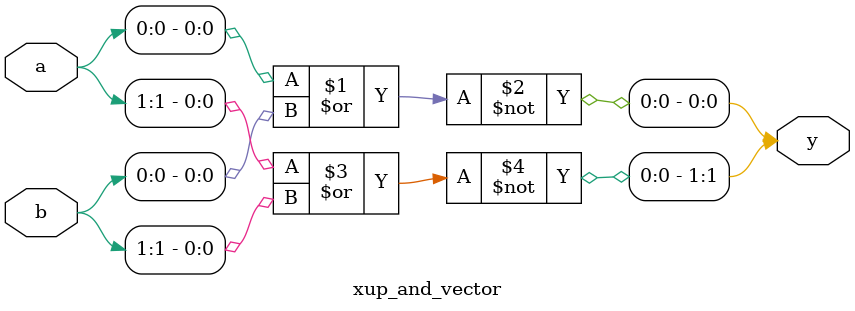
<source format=v>

`timescale 1ns / 1ps
module xup_and_vector #(parameter SIZE=2, DELAY=3)(
    input [SIZE-1:0] a,
    input [SIZE-1:0] b,
    output [SIZE-1:0] y
    );

   genvar i;
    generate
       for (i=0; i < SIZE; i=i+1) 
       begin: nor_i
          nor #DELAY(y[i], a[i], b[i]);
       end
    endgenerate

endmodule
</source>
